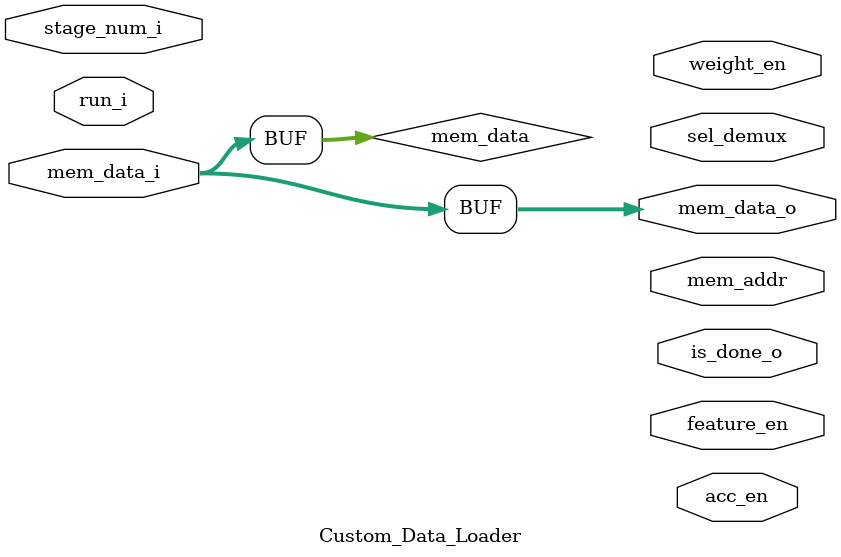
<source format=v>
module Custom_Data_Loader(
    
    input           run_i,
    input   [4:0]   stage_num_i,
    
    input   [7:0]   mem_data_i,
    output  [7:0]   mem_data_o,
    output  [5:0]   mem_addr,
    
    output  [7:0]   sel_demux,
    
    output  [3:0]   acc_en,
    output  [3:0]   weight_en,
    output  [3:0]   feature_en,
    
    output          is_done_o
);
    // mem data in and out
    wire    [7:0]   mem_data;
    wire    [7:0]   mem_data_o;    
    
    // counter out
    wire    [4:0]   cnt;
    
    acc_en_dec acc_en_dec();
    
    weight_en_dec weight_en_dec();
    
    feature_en_dec feature_en_dec();
    
    mem_addr_dec mem_addr_dec();
    

    assign mem_data = mem_data_i;
    assign mem_data_o = mem_data;

    


endmodule
</source>
